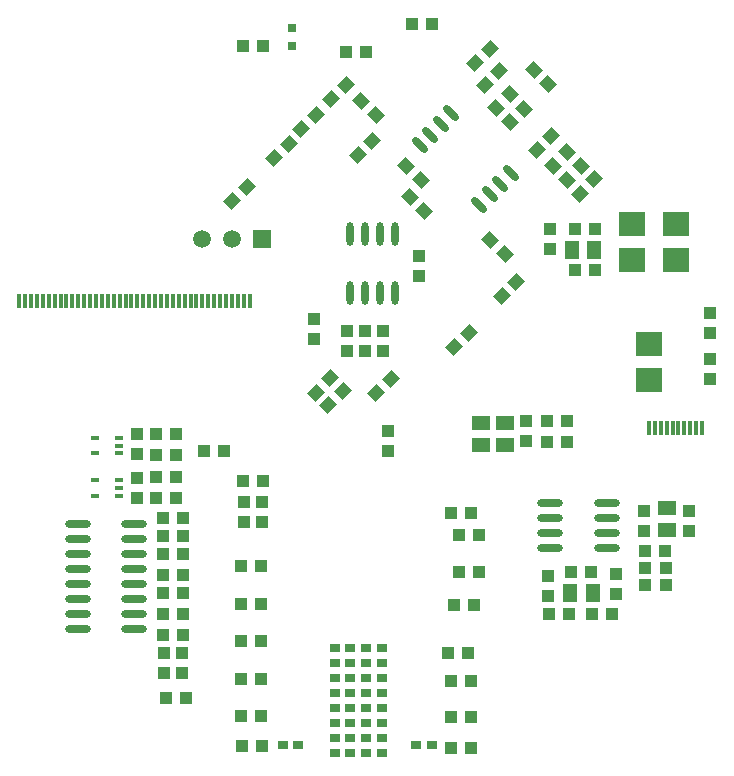
<source format=gbr>
%FSDAX24Y24*%
%MOIN*%
%SFA1B1*%

%IPPOS*%
%AMD13*
4,1,4,0.006900,-0.023600,0.023600,-0.006900,-0.006900,0.023600,-0.023600,0.006900,0.006900,-0.023600,0.0*
1,1,0.023600,0.015300,-0.015300*
1,1,0.023600,-0.015300,0.015300*
%
%AMD17*
4,1,4,-0.001300,0.029200,-0.029200,0.001300,0.001300,-0.029200,0.029200,-0.001300,-0.001300,0.029200,0.0*
%
%AMD18*
4,1,4,0.029200,0.001300,0.001300,0.029200,-0.029200,-0.001300,-0.001300,-0.029200,0.029200,0.001300,0.0*
%
%ADD10R,0.039400X0.043300*%
%ADD11R,0.043300X0.039400*%
%ADD12R,0.031500X0.031500*%
G04~CAMADD=13~3~0.0~0.0~236.0~669.0~0.0~0.0~0~0.0~0.0~0.0~0.0~0~0.0~0.0~0.0~0.0~0~0.0~0.0~0.0~225.0~540.0~540.0*
%ADD13D13*%
%ADD14O,0.023600X0.078700*%
%ADD15O,0.086600X0.023600*%
%ADD16R,0.027600X0.015700*%
G04~CAMADD=17~9~0.0~0.0~394.0~433.0~0.0~0.0~0~0.0~0.0~0.0~0.0~0~0.0~0.0~0.0~0.0~0~0.0~0.0~0.0~45.0~584.0~583.0*
%ADD17D17*%
G04~CAMADD=18~9~0.0~0.0~394.0~433.0~0.0~0.0~0~0.0~0.0~0.0~0.0~0~0.0~0.0~0.0~0.0~0~0.0~0.0~0.0~315.0~584.0~583.0*
%ADD18D18*%
%ADD19R,0.035400X0.027600*%
%ADD20R,0.059100X0.059100*%
%ADD21C,0.059100*%
%ADD22R,0.011800X0.049200*%
%ADD23R,0.013800X0.049200*%
%ADD24R,0.086600X0.078700*%
%ADD25R,0.051200X0.059100*%
%ADD26R,0.059100X0.051200*%
%LNde-020717_paste_top-1*%
%LPD*%
G54D10*
X019450Y018435D03*
Y017765D03*
X019400Y006200D03*
Y006869D03*
X009250Y008665D03*
Y009335D03*
X013900Y015035D03*
Y014365D03*
X021650Y006935D03*
Y006265D03*
X006600Y004300D03*
Y003631D03*
X012700Y014365D03*
Y015035D03*
X013300Y014365D03*
Y015035D03*
X024800Y014105D03*
Y013435D03*
Y014965D03*
Y015635D03*
X015070Y017545D03*
Y016875D03*
X024100Y009028D03*
Y008359D03*
X022600Y009028D03*
Y008359D03*
X005690Y010145D03*
Y009475D03*
X007200Y003631D03*
Y004300D03*
X005690Y011595D03*
Y010925D03*
X014040Y011045D03*
Y011715D03*
X009850Y009335D03*
Y008665D03*
X011600Y015435D03*
Y014765D03*
X018650Y011365D03*
Y012035D03*
G54D11*
X023280Y007722D03*
X022610D03*
X020035Y012050D03*
X019365D03*
X020855Y005610D03*
X021525D03*
X006975Y010160D03*
X006305D03*
Y009460D03*
X006975D03*
X006565Y004900D03*
X007235D03*
X007215Y005600D03*
X006545D03*
X007235Y006300D03*
X006565D03*
X007235Y006900D03*
X006565D03*
X006975Y011610D03*
X006305D03*
X007235Y007600D03*
X006565D03*
X007235Y008200D03*
X006565D03*
X007235Y008800D03*
X006565D03*
X009215Y024550D03*
X009885D03*
X006305Y010910D03*
X006975D03*
X013335Y024350D03*
X012665D03*
X023305Y006560D03*
X022635D03*
X023305Y007140D03*
X022635D03*
X020963Y018454D03*
X020294D03*
X020963Y017060D03*
X020294D03*
X020085Y005600D03*
X019415D03*
X020835Y007000D03*
X020165D03*
X007335Y002800D03*
X006665D03*
X007915Y011050D03*
X008585D03*
X015525Y025260D03*
X014855D03*
X009185Y001220D03*
X009855D03*
X009165Y002200D03*
X009835D03*
X009165Y003450D03*
X009835D03*
X009165Y004700D03*
X009835D03*
X009165Y005950D03*
X009835D03*
X009165Y007200D03*
X009835D03*
X016835Y008974D03*
X016165D03*
X017085Y008250D03*
X016415D03*
X017085Y007000D03*
X016415D03*
X019365Y011350D03*
X020035D03*
X016935Y005920D03*
X016265D03*
X016735Y004300D03*
X016065D03*
X016835Y003379D03*
X016165D03*
X016835Y002164D03*
X016165D03*
X016835Y001150D03*
X016165D03*
X009885Y010050D03*
X009215D03*
G54D12*
X010850Y025145D03*
Y024555D03*
G54D13*
X017093Y019243D03*
X017446Y019596D03*
X017800Y019950D03*
X018154Y020304D03*
X015102Y021233D03*
X015456Y021587D03*
X015810Y021940D03*
X016163Y022294D03*
G54D14*
X012791Y016316D03*
X013291D03*
X013791D03*
X014291D03*
X012791Y018284D03*
X013291D03*
X013791D03*
X014291D03*
G54D15*
X019460Y009300D03*
Y008800D03*
Y008300D03*
Y007800D03*
X021350Y009300D03*
Y008800D03*
Y008300D03*
Y007800D03*
X005600Y005100D03*
Y005600D03*
Y006100D03*
Y006600D03*
Y007100D03*
Y007600D03*
Y008100D03*
Y008600D03*
X003710Y005100D03*
Y005600D03*
Y006100D03*
Y006600D03*
Y007100D03*
Y007600D03*
Y008100D03*
Y008600D03*
G54D16*
X005094Y009554D03*
Y009810D03*
Y010066D03*
X004286D03*
Y009554D03*
X005094Y010964D03*
Y011220D03*
Y011476D03*
X004286D03*
Y010964D03*
G54D17*
X018120Y021991D03*
X017647Y022464D03*
X019387Y023263D03*
X018913Y023737D03*
X020029Y020082D03*
X019556Y020555D03*
X013163Y022707D03*
X013637Y022233D03*
X015137Y020063D03*
X014663Y020537D03*
X018107Y022924D03*
X018580Y022450D03*
X020016Y021014D03*
X020489Y020541D03*
X017937Y017613D03*
X017463Y018087D03*
X015267Y019033D03*
X014793Y019507D03*
G54D18*
X020440Y019622D03*
X020913Y020095D03*
X011163Y021763D03*
X011637Y022237D03*
X017747Y023697D03*
X017273Y023223D03*
X019487Y021537D03*
X019013Y021063D03*
X017437Y024437D03*
X016963Y023963D03*
X016737Y014967D03*
X016263Y014493D03*
X013663Y012963D03*
X014137Y013437D03*
X012537Y013037D03*
X012063Y012563D03*
X012117Y013457D03*
X011643Y012983D03*
X018323Y016673D03*
X017850Y016200D03*
X012163Y022763D03*
X012637Y023237D03*
X010263Y020813D03*
X010737Y021287D03*
X008863Y019363D03*
X009337Y019837D03*
X013043Y020903D03*
X013517Y021377D03*
G54D19*
X012278Y004480D03*
X012790D03*
X013846D03*
X013334D03*
X012278Y003960D03*
X012790D03*
X012278Y003460D03*
X012790D03*
X012278Y002960D03*
X012790D03*
X012278Y002460D03*
X012790D03*
X012278Y001960D03*
X012790D03*
X012278Y001460D03*
X012790D03*
X012278Y000960D03*
X012790D03*
X011056Y001250D03*
X010544D03*
X014994D03*
X015506D03*
X013846Y000960D03*
X013334D03*
X013846Y001460D03*
X013334D03*
X013846Y001960D03*
X013334D03*
X013846Y002460D03*
X013334D03*
X013846Y002960D03*
X013334D03*
X013846Y003460D03*
X013334D03*
X013846Y003960D03*
X013334D03*
G54D20*
X009850Y018100D03*
G54D21*
X008850Y018100D03*
X007850D03*
G54D22*
X009437Y016050D03*
X009240D03*
X009043D03*
X008847D03*
X008650D03*
X008453D03*
X008256D03*
X008059D03*
X007862D03*
X007666D03*
X007469D03*
X007272D03*
X007075D03*
X006878D03*
X006681D03*
X006484D03*
X006288D03*
X006091D03*
X005894D03*
X005697D03*
X005500D03*
X005303D03*
X005106D03*
X004910D03*
X004713D03*
X004516D03*
X004319D03*
X004122D03*
X003925D03*
X003729D03*
X003532D03*
X003335D03*
X003138D03*
X002941D03*
X002744D03*
X002547D03*
X002351D03*
X002154D03*
X001957D03*
X001760D03*
G54D23*
X022748Y011800D03*
X022945D03*
X023142D03*
X023339D03*
X023536D03*
X023733D03*
X023929D03*
X024126D03*
X024323D03*
X024530D03*
G54D24*
X022750Y013409D03*
Y014591D03*
X023650Y017409D03*
Y018591D03*
X022200Y017409D03*
Y018591D03*
G54D25*
X020176Y017750D03*
X020924D03*
X020126Y006300D03*
X020874D03*
G54D26*
X023345Y008398D03*
Y009146D03*
X017950Y011226D03*
Y011974D03*
X017150Y011226D03*
Y011974D03*
M02*
</source>
